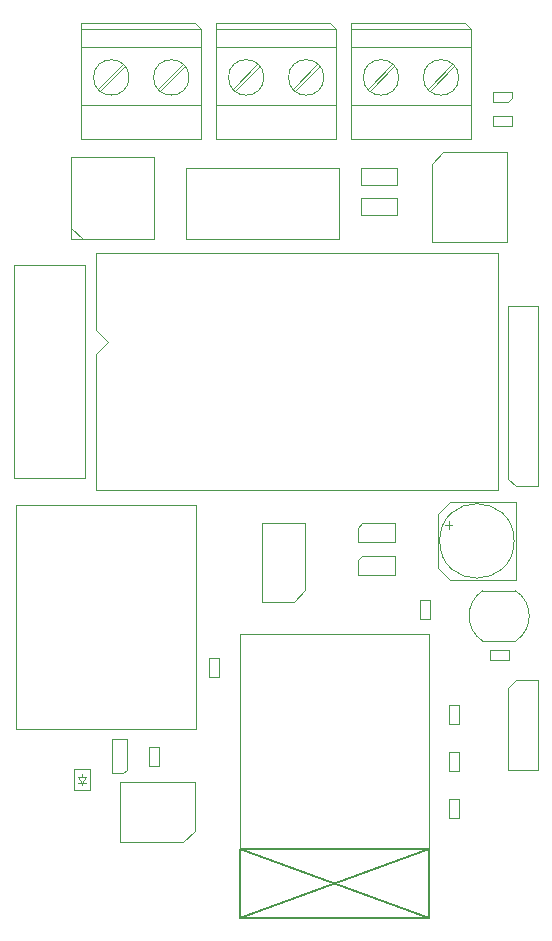
<source format=gbr>
%TF.GenerationSoftware,KiCad,Pcbnew,7.0.8*%
%TF.CreationDate,2025-03-27T12:51:53-03:00*%
%TF.ProjectId,on_off_module_x1,6f6e5f6f-6666-45f6-9d6f-64756c655f78,2.0*%
%TF.SameCoordinates,Original*%
%TF.FileFunction,AssemblyDrawing,Top*%
%FSLAX46Y46*%
G04 Gerber Fmt 4.6, Leading zero omitted, Abs format (unit mm)*
G04 Created by KiCad (PCBNEW 7.0.8) date 2025-03-27 12:51:53*
%MOMM*%
%LPD*%
G01*
G04 APERTURE LIST*
%ADD10C,0.100000*%
%ADD11C,0.152400*%
%ADD12C,0.050000*%
G04 APERTURE END LIST*
D10*
%TO.C,C5*%
X161551000Y-117042001D02*
X161551000Y-118642001D01*
X160751000Y-117042001D02*
X161551000Y-117042001D01*
X161551000Y-118642001D02*
X160751000Y-118642001D01*
X160751000Y-118642001D02*
X160751000Y-117042001D01*
%TO.C,R8*%
X166051000Y-116200001D02*
X168791000Y-116200001D01*
X166051000Y-120500001D02*
X168791000Y-120500001D01*
X166051000Y-116200001D02*
G75*
G03*
X166051000Y-120500001I1370000J-2150000D01*
G01*
X168791000Y-120500001D02*
G75*
G03*
X168791000Y-116200001I-1370000J2150000D01*
G01*
%TO.C,Q1*%
X135935000Y-131357001D02*
X135610000Y-131682001D01*
X135935000Y-128782001D02*
X135935000Y-131357001D01*
X135610000Y-131682001D02*
X134635000Y-131682001D01*
X134635000Y-131682001D02*
X134635000Y-128782001D01*
X134635000Y-128782001D02*
X135935000Y-128782001D01*
%TO.C,D2*%
X131415000Y-133093001D02*
X131415000Y-131293001D01*
X132815000Y-133093001D02*
X131415000Y-133093001D01*
X131765000Y-132493001D02*
X132465000Y-132493001D01*
X132115000Y-132493001D02*
X132115000Y-132693001D01*
X132115000Y-132493001D02*
X131765000Y-131993001D01*
X131765000Y-131993001D02*
X132465000Y-131993001D01*
X132115000Y-131993001D02*
X132115000Y-131743001D01*
X132465000Y-131993001D02*
X132115000Y-132493001D01*
X131415000Y-131293001D02*
X132815000Y-131293001D01*
X132815000Y-131293001D02*
X132815000Y-133093001D01*
%TO.C,J3*%
X165035500Y-77957001D02*
X154875500Y-77957001D01*
X165035500Y-75057001D02*
X154875500Y-75057001D01*
X165035500Y-70157001D02*
X154875500Y-70157001D01*
X165035500Y-68657001D02*
X165035500Y-77957001D01*
X165035500Y-68657001D02*
X154875500Y-68657001D01*
X164535500Y-68157001D02*
X165035500Y-68657001D01*
X161540500Y-73895001D02*
X163633500Y-71802001D01*
X161357500Y-73712001D02*
X163450500Y-71619001D01*
X156460500Y-73895001D02*
X158552500Y-71802001D01*
X156277500Y-73712001D02*
X158369500Y-71619001D01*
X154875500Y-77957001D02*
X154875500Y-68157001D01*
X154875500Y-68157001D02*
X164535500Y-68157001D01*
X163995500Y-72757001D02*
G75*
G03*
X163995500Y-72757001I-1500000J0D01*
G01*
X158915500Y-72757001D02*
G75*
G03*
X158915500Y-72757001I-1500000J0D01*
G01*
%TO.C,R9*%
X155761000Y-82979001D02*
X158761000Y-82979001D01*
X155761000Y-84379001D02*
X155761000Y-82979001D01*
X158761000Y-82979001D02*
X158761000Y-84379001D01*
X158761000Y-84379001D02*
X155761000Y-84379001D01*
%TO.C,U4*%
X161706000Y-80067001D02*
X162706000Y-79067001D01*
X161706000Y-86687001D02*
X161706000Y-80067001D01*
X162706000Y-79067001D02*
X168056000Y-79067001D01*
X168056000Y-79067001D02*
X168056000Y-86687001D01*
X168056000Y-86687001D02*
X161706000Y-86687001D01*
%TO.C,C6*%
X153868000Y-86425001D02*
X153868000Y-80425001D01*
X153868000Y-80425001D02*
X140868000Y-80425001D01*
X140868000Y-86425001D02*
X153868000Y-86425001D01*
X140868000Y-80425001D02*
X140868000Y-86425001D01*
%TO.C,D1*%
X168475000Y-74508001D02*
X168475000Y-74008001D01*
X168475000Y-74008001D02*
X166875000Y-74008001D01*
X168175000Y-74808001D02*
X168475000Y-74508001D01*
X166875000Y-74808001D02*
X168175000Y-74808001D01*
X166875000Y-74008001D02*
X166875000Y-74808001D01*
%TO.C,K1*%
X126547000Y-127927001D02*
X126547000Y-108927001D01*
X141747000Y-127927001D02*
X126547000Y-127927001D01*
X126547000Y-108927001D02*
X141747000Y-108927001D01*
X141747000Y-108927001D02*
X141747000Y-127927001D01*
%TO.C,J4*%
X170723000Y-107369001D02*
X168818000Y-107369001D01*
X170723000Y-92129001D02*
X170723000Y-107369001D01*
X168818000Y-107369001D02*
X168183000Y-106734001D01*
X168183000Y-106734001D02*
X168183000Y-92129001D01*
X168183000Y-92129001D02*
X170723000Y-92129001D01*
%TO.C,R5*%
X164023500Y-125893501D02*
X164023500Y-127493501D01*
X163198500Y-125893501D02*
X164023500Y-125893501D01*
X164023500Y-127493501D02*
X163198500Y-127493501D01*
X163198500Y-127493501D02*
X163198500Y-125893501D01*
%TO.C,J2*%
X153618000Y-77957001D02*
X143458000Y-77957001D01*
X153618000Y-75057001D02*
X143458000Y-75057001D01*
X153618000Y-70157001D02*
X143458000Y-70157001D01*
X153618000Y-68657001D02*
X153618000Y-77957001D01*
X153618000Y-68657001D02*
X143458000Y-68657001D01*
X153118000Y-68157001D02*
X153618000Y-68657001D01*
X150123000Y-73895001D02*
X152216000Y-71802001D01*
X149940000Y-73712001D02*
X152033000Y-71619001D01*
X145043000Y-73895001D02*
X147135000Y-71802001D01*
X144860000Y-73712001D02*
X146952000Y-71619001D01*
X143458000Y-77957001D02*
X143458000Y-68157001D01*
X143458000Y-68157001D02*
X153118000Y-68157001D01*
X152578000Y-72757001D02*
G75*
G03*
X152578000Y-72757001I-1500000J0D01*
G01*
X147498000Y-72757001D02*
G75*
G03*
X147498000Y-72757001I-1500000J0D01*
G01*
%TO.C,J1*%
X142200500Y-77957001D02*
X132040500Y-77957001D01*
X142200500Y-75057001D02*
X132040500Y-75057001D01*
X142200500Y-70157001D02*
X132040500Y-70157001D01*
X142200500Y-68657001D02*
X142200500Y-77957001D01*
X142200500Y-68657001D02*
X132040500Y-68657001D01*
X141700500Y-68157001D02*
X142200500Y-68657001D01*
X138705500Y-73895001D02*
X140798500Y-71802001D01*
X138522500Y-73712001D02*
X140615500Y-71619001D01*
X133625500Y-73895001D02*
X135717500Y-71802001D01*
X133442500Y-73712001D02*
X135534500Y-71619001D01*
X132040500Y-77957001D02*
X132040500Y-68157001D01*
X132040500Y-68157001D02*
X141700500Y-68157001D01*
X141160500Y-72757001D02*
G75*
G03*
X141160500Y-72757001I-1500000J0D01*
G01*
X136080500Y-72757001D02*
G75*
G03*
X136080500Y-72757001I-1500000J0D01*
G01*
%TO.C,R10*%
X155761000Y-80439001D02*
X158761000Y-80439001D01*
X155761000Y-81839001D02*
X155761000Y-80439001D01*
X158761000Y-80439001D02*
X158761000Y-81839001D01*
X158761000Y-81839001D02*
X155761000Y-81839001D01*
%TO.C,U1*%
X151008000Y-116142001D02*
X151008000Y-110442001D01*
X151008000Y-116142001D02*
X150008000Y-117142001D01*
X151008000Y-110442001D02*
X147308000Y-110442001D01*
X150008000Y-117142001D02*
X147308000Y-117142001D01*
X147308000Y-117142001D02*
X147308000Y-110442001D01*
%TO.C,R6*%
X137798500Y-131032001D02*
X137798500Y-129432001D01*
X138623500Y-131032001D02*
X137798500Y-131032001D01*
X137798500Y-129432001D02*
X138623500Y-129432001D01*
X138623500Y-129432001D02*
X138623500Y-131032001D01*
%TO.C,C4*%
X155431998Y-113645999D02*
X155431998Y-114845999D01*
X155431998Y-114845999D02*
X158631998Y-114845999D01*
X155831998Y-113245999D02*
X155431998Y-113645999D01*
X158631998Y-113245999D02*
X155831998Y-113245999D01*
X158631998Y-114845999D02*
X158631998Y-113245999D01*
%TO.C,R2*%
X164023500Y-133893501D02*
X164023500Y-135493501D01*
X163198500Y-133893501D02*
X164023500Y-133893501D01*
X164023500Y-135493501D02*
X163198500Y-135493501D01*
X163198500Y-135493501D02*
X163198500Y-133893501D01*
D11*
%TO.C,U2*%
X161467000Y-143900501D02*
X161459000Y-138118501D01*
X161467000Y-143900501D02*
X145465000Y-143900501D01*
X161467000Y-143900501D02*
X145459000Y-138118501D01*
D12*
X161459000Y-143918501D02*
X145459000Y-143918501D01*
D11*
X161459000Y-138118501D02*
X145459000Y-138118501D01*
D12*
X161459000Y-119918501D02*
X161459000Y-143918501D01*
D11*
X145465000Y-143900501D02*
X161459000Y-138118501D01*
X145465000Y-143900501D02*
X145459000Y-138118501D01*
D12*
X145459000Y-119918501D02*
X161459000Y-119918501D01*
X145451000Y-143918501D02*
X145451000Y-119918501D01*
D10*
%TO.C,C1*%
X132321000Y-88649001D02*
X126321000Y-88649001D01*
X126321000Y-88649001D02*
X126321000Y-106649001D01*
X132321000Y-106649001D02*
X132321000Y-88649001D01*
X126321000Y-106649001D02*
X132321000Y-106649001D01*
%TO.C,U3*%
X141640000Y-136527001D02*
X140640000Y-137527001D01*
X141640000Y-132447001D02*
X141640000Y-136527001D01*
X140640000Y-137527001D02*
X135290000Y-137527001D01*
X135290000Y-137527001D02*
X135290000Y-132447001D01*
X135290000Y-132447001D02*
X141640000Y-132447001D01*
%TO.C,PS1*%
X133286500Y-87649001D02*
X167286500Y-87649001D01*
X133286500Y-94149001D02*
X133286500Y-87649001D01*
X133286500Y-107649001D02*
X133286500Y-96139001D01*
X133286500Y-107649001D02*
X167286500Y-107649001D01*
X133296500Y-94149001D02*
X134296500Y-95149001D01*
X134296500Y-95149001D02*
X133296500Y-96149001D01*
X167286500Y-107649001D02*
X167286500Y-87649001D01*
%TO.C,R7*%
X166621000Y-121239501D02*
X168221000Y-121239501D01*
X166621000Y-122064501D02*
X166621000Y-121239501D01*
X168221000Y-121239501D02*
X168221000Y-122064501D01*
X168221000Y-122064501D02*
X166621000Y-122064501D01*
%TO.C,C3*%
X155431999Y-110892000D02*
X155431999Y-112092000D01*
X155431999Y-112092000D02*
X158631999Y-112092000D01*
X155831999Y-110492000D02*
X155431999Y-110892000D01*
X158631999Y-110492000D02*
X155831999Y-110492000D01*
X158631999Y-112092000D02*
X158631999Y-110492000D01*
%TO.C,J5*%
X168208000Y-124446001D02*
X168843000Y-123811001D01*
X168208000Y-131431001D02*
X168208000Y-124446001D01*
X168843000Y-123811001D02*
X170748000Y-123811001D01*
X170748000Y-123811001D02*
X170748000Y-131431001D01*
X170748000Y-131431001D02*
X168208000Y-131431001D01*
%TO.C,C2*%
X162233000Y-109700000D02*
X162233000Y-114300000D01*
X162233000Y-109700000D02*
X163233000Y-108700000D01*
X162233000Y-114300000D02*
X163233000Y-115300000D01*
X162828162Y-110670000D02*
X163458162Y-110670000D01*
X163143162Y-110355000D02*
X163143162Y-110985000D01*
X163233000Y-108700000D02*
X168833000Y-108700000D01*
X163233000Y-115300000D02*
X168833000Y-115300000D01*
X168833000Y-108700000D02*
X168833000Y-115300000D01*
X168683000Y-112000000D02*
G75*
G03*
X168683000Y-112000000I-3150000J0D01*
G01*
%TO.C,R4*%
X168495000Y-76849003D02*
X166895000Y-76849003D01*
X168495000Y-76024003D02*
X168495000Y-76849003D01*
X166895000Y-76849003D02*
X166895000Y-76024003D01*
X166895000Y-76024003D02*
X168495000Y-76024003D01*
%TO.C,R3*%
X142878500Y-123493501D02*
X142878500Y-121893501D01*
X143703500Y-123493501D02*
X142878500Y-123493501D01*
X142878500Y-121893501D02*
X143703500Y-121893501D01*
X143703500Y-121893501D02*
X143703500Y-123493501D01*
%TO.C,SW1*%
X131155000Y-86475001D02*
X131155000Y-79475001D01*
X132155000Y-86475001D02*
X131155000Y-85475001D01*
X138155000Y-86475001D02*
X131155000Y-86475001D01*
X131155000Y-79475001D02*
X138155000Y-79475001D01*
X138155000Y-79475001D02*
X138155000Y-86475001D01*
%TO.C,R1*%
X164023500Y-129893501D02*
X164023500Y-131493501D01*
X163198500Y-129893501D02*
X164023500Y-129893501D01*
X164023500Y-131493501D02*
X163198500Y-131493501D01*
X163198500Y-131493501D02*
X163198500Y-129893501D01*
%TD*%
M02*

</source>
